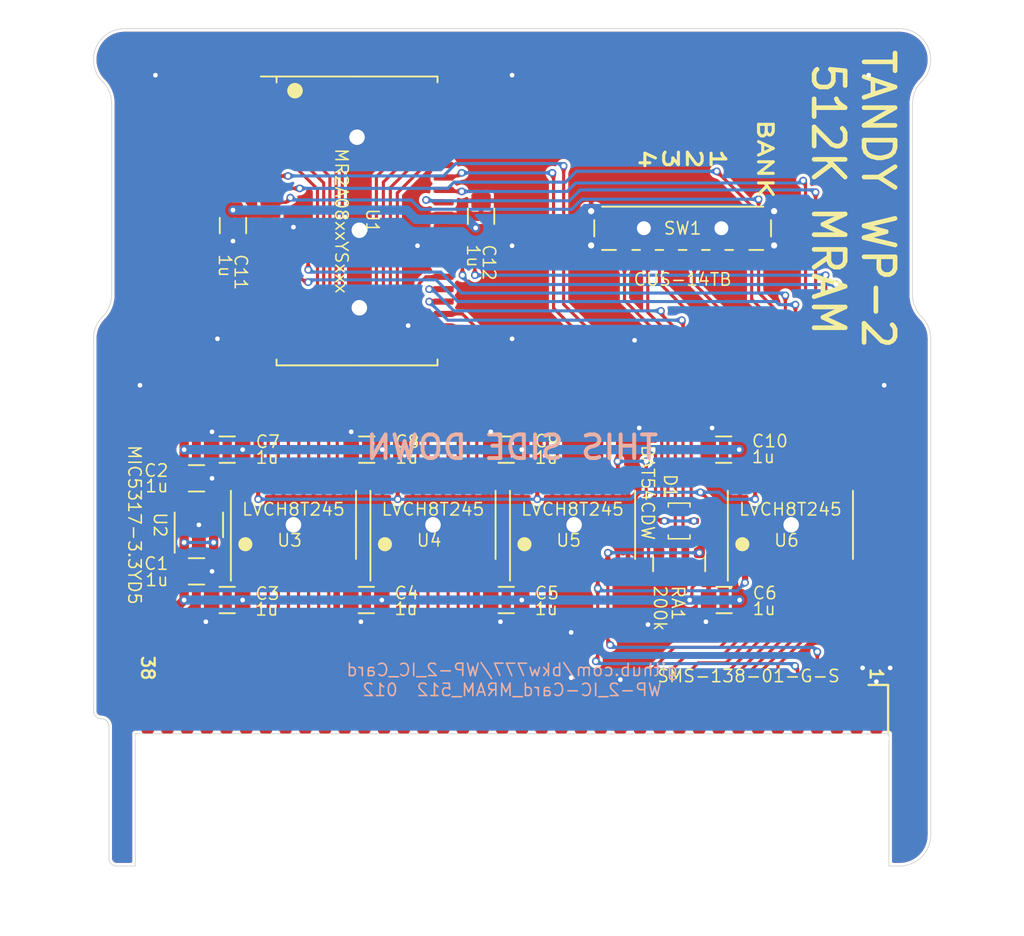
<source format=kicad_pcb>
(kicad_pcb (version 20221018) (generator pcbnew)
  (title_block (title "WP-2_IC-Card_MRAM_512") (date "2023-12-08") (rev "012") (company "Brian K. White - b.kenyon.w@gmail.com") (comment 1 "CC-BY-SA") (comment 2 "github.com/bkw777/WP-2_IC_Card"))
  (layers (0 "F.Cu" signal) (31 "B.Cu" signal) (34 "B.Paste" user) (35 "F.Paste" user) (36 "B.SilkS" user "B.Silkscreen") (37 "F.SilkS" user "F.Silkscreen") (38 "B.Mask" user) (39 "F.Mask" user) (44 "Edge.Cuts" user))
  (net 0 "")
  (net 1 "GND")
  (net 2 "/~{CE1}")
  (net 3 "/~{OE}")
  (net 4 "/D0")
  (net 5 "/D1")
  (net 6 "/D2")
  (net 7 "/D3")
  (net 8 "/D4")
  (net 9 "/D5")
  (net 10 "/D6")
  (net 11 "/D7")
  (net 12 "/A16")
  (net 13 "/A15")
  (net 14 "/A14")
  (net 15 "/A13")
  (net 16 "/A12")
  (net 17 "/A11")
  (net 18 "/A10")
  (net 19 "/A9")
  (net 20 "/A8")
  (net 21 "/A7")
  (net 22 "/A6")
  (net 23 "/A5")
  (net 24 "/A4")
  (net 25 "/A3")
  (net 26 "/A2")
  (net 27 "/A1")
  (net 28 "/A0")
  (net 30 "VBUS")
  (net 31 "/3A11")
  (net 36 "/3A9")
  (net 37 "/3A8")
  (net 38 "/3A13")
  (net 39 "/~{3WE}")
  (net 40 "/3A15")
  (net 41 "/3A16")
  (net 42 "/3A14")
  (net 43 "/3A12")
  (net 44 "/3A7")
  (net 45 "/3A6")
  (net 46 "/3A5")
  (net 47 "/3A4")
  (net 48 "/3A3")
  (net 49 "/3A2")
  (net 50 "/3A1")
  (net 51 "/3A0")
  (net 52 "/3D0")
  (net 53 "/3D1")
  (net 54 "/3D2")
  (net 55 "/3D3")
  (net 56 "/3D4")
  (net 57 "/3D5")
  (net 58 "/3D6")
  (net 59 "/3D7")
  (net 60 "/~{3CE1}")
  (net 61 "/3A10")
  (net 63 "/~{3OE}")
  (net 65 "/~{WE}")
  (net 73 "/3A17")
  (net 74 "/3A18")
  (net 78 "VMEM")
  (net 79 "/BANK_2")
  (net 80 "/BANK_4")
  (net 81 "/BANK_3")
  (footprint "0_LOCAL:SMS-138-01-x-x_edge" (layer "F.Cu") (at 135.95 113.72 -90)
    (fp_text reference "J1" hide)
    (fp_text value "SMS-138-01-G-S")
  )
  (footprint "0_LOCAL:pth_wash_1mm" (layer "F.Cu") (at 130.85 100.245)
    (fp_text reference "REF**" hide)
    (fp_text value "pth_wash_1mm")
  )
  (footprint "0_LOCAL:npth_0.6mm" (layer "F.Cu") (at 159.95 114.02)
    (fp_text reference "REF**" hide)
    (fp_text value "npth_0.6mm")
  )
  (footprint "0_LOCAL:C_0805_1mm" (layer "F.Cu") (at 135.575 105.095 180)
    (fp_text reference "C5")
    (fp_text value "1u")
  )
  (footprint "0_LOCAL:C_0805_1mm" (layer "F.Cu") (at 117.575 95.395 180)
    (fp_text reference "C7")
    (fp_text value "1u")
  )
  (footprint "0_LOCAL:C_0805_1mm" (layer "F.Cu") (at 115.6 103.245 180)
    (fp_text reference "C1")
    (fp_text value "1u")
  )
  (footprint "0_LOCAL:C_0805_1mm" (layer "F.Cu") (at 115.6 97.245 180)
    (fp_text reference "C2")
    (fp_text value "1u")
  )
  (footprint "0_LOCAL:TSSOP-24_4.4x7.8mm_P0.65mm" (layer "F.Cu") (at 121.85 100.245 90)
    (fp_text reference "U3")
    (fp_text value "LVCH8T245")
  )
  (footprint "0_LOCAL:C_0805_1mm" (layer "F.Cu") (at 117.95 80.945 -90)
    (fp_text reference "C11")
    (fp_text value "1u")
  )
  (footprint "0_LOCAL:SW_SP4T_CUS-14B pth" (layer "F.Cu") (at 146.95 81.12 180)
    (fp_text reference locked "SW1")
    (fp_text value "CUS-14TB")
  )
  (footprint "0_LOCAL:R_Array_Convex_4x0612" (layer "F.Cu") (at 146.725 102.745 90)
    (fp_text reference "RA1")
    (fp_text value "200k")
  )
  (footprint "0_LOCAL:TSSOP-24_4.4x7.8mm_P0.65mm" (layer "F.Cu") (at 130.85 100.245 90)
    (fp_text reference "U4")
    (fp_text value "LVCH8T245")
  )
  (footprint "0_LOCAL:TSSOP-24_4.4x7.8mm_P0.65mm" (layer "F.Cu") (at 153.9 100.245 90)
    (fp_text reference "U6")
    (fp_text value "LVCH8T245")
  )
  (footprint "0_LOCAL:C_0805_1mm" (layer "F.Cu") (at 133.95 80.345 90)
    (fp_text reference "C12")
    (fp_text value "1u")
  )
  (footprint "0_LOCAL:C_0805_1mm" (layer "F.Cu") (at 149.6 95.395 180)
    (fp_text reference "C10")
    (fp_text value "1u")
  )
  (footprint "0_LOCAL:C_0805_1mm" (layer "F.Cu") (at 126.55 105.095 180)
    (fp_text reference "C4")
    (fp_text value "1u")
  )
  (footprint "0_LOCAL:WP-2_IC_Card_Cover_MRAM_512" (layer "F.Cu") (at 135.95 95.245)
    (fp_text reference "REF**" hide)
    (fp_text value "WP-2_IC_Card_Cover_MRAM_512")
  )
  (footprint "0_LOCAL:pth_wash_1mm" (layer "F.Cu") (at 153.95 100.245)
    (fp_text reference "REF**" hide)
    (fp_text value "pth_wash_1mm")
  )
  (footprint "0_LOCAL:pth_wash_1mm" (layer "F.Cu") (at 139.95 100.245)
    (fp_text reference "REF**" hide)
    (fp_text value "pth_wash_1mm")
  )
  (footprint "0_LOCAL:TSSOP-6-symmetric" (layer "F.Cu") (at 146.725 99.995)
    (fp_text reference "D1")
    (fp_text value "BAT54CDW")
  )
  (footprint "0_LOCAL:pth_wash_1mm" (layer "F.Cu") (at 126.1 81.245)
    (fp_text reference "REF**" hide)
    (fp_text value "pth_wash_1mm")
  )
  (footprint "0_LOCAL:C_0805_1mm" (layer "F.Cu") (at 135.575 95.395 180)
    (fp_text reference "C9")
    (fp_text value "1u")
  )
  (footprint "0_LOCAL:npth_0.6mm" (layer "F.Cu") (at 111.95 114.02)
    (fp_text reference "REF**" hide)
    (fp_text value "npth_0.6mm")
  )
  (footprint "0_LOCAL:C_0805_1mm" (layer "F.Cu") (at 117.575 105.095 180)
    (fp_text reference "C3")
    (fp_text value "1u")
  )
  (footprint "0_LOCAL:TSSOP-24_4.4x7.8mm_P0.65mm" (layer "F.Cu") (at 139.85 100.245 90)
    (fp_text reference "U5")
    (fp_text value "LVCH8T245")
  )
  (footprint "0_LOCAL:pth_wash_1mm" (layer "F.Cu") (at 125.95 75.245)
    (fp_text reference "REF**" hide)
    (fp_text value "pth_wash_1mm")
  )
  (footprint "0_LOCAL:TSOP-II-44_10.16x18.41mm_P0.8mm" (layer "F.Cu") (at 125.95 80.645)
    (fp_text reference "U1")
    (fp_text value "MR2A08xxYSxxx")
  )
  (footprint "0_LOCAL:TSOT-23-5" (layer "F.Cu") (at 115.75 100.245 90)
    (fp_text reference "U2")
    (fp_text value "MIC5317-3.3YD5")
  )
  (footprint "0_LOCAL:C_0805_1mm" (layer "F.Cu") (at 126.575 95.395 180)
    (fp_text reference "C8")
    (fp_text value "1u")
  )
  (footprint "0_LOCAL:C_0805_1mm" (layer "F.Cu") (at 149.625 105.095 180)
    (fp_text reference "C6")
    (fp_text value "1u")
  )
  (footprint "0_LOCAL:pth_wash_1mm" (layer "F.Cu") (at 121.85 100.245)
    (fp_text reference "REF**" hide)
    (fp_text value "pth_wash_1mm")
  )
  (footprint "0_LOCAL:pth_wash_1mm" (layer "F.Cu") (at 126.1 86.245)
    (fp_text reference "REF**" hide)
    (fp_text value "pth_wash_1mm")
  )
  (gr_line (start 108.949999 88.245) (end 108.95 112.245) (stroke (width 0.05)) (layer "Edge.Cuts"))
  (gr_line (start 160.95 68.245) (end 110.95 68.245) (stroke (width 0.05)) (layer "Edge.Cuts"))
  (gr_line (start 111.65 113.72) (end 160.25 113.72) (stroke (width 0.05)) (layer "Edge.Cuts"))
  (gr_line (start 160.25 122.245) (end 160.25 113.72) (stroke (width 0.05)) (layer "Edge.Cuts"))
  (gr_line (start 111.65 122.245) (end 111.65 113.72) (stroke (width 0.05)) (layer "Edge.Cuts"))
  (gr_line (start 110.45 122.245) (end 111.65 122.245) (stroke (width 0.05)) (layer "Edge.Cuts"))
  (gr_line (start 160.95 122.245) (end 160.25 122.245) (stroke (width 0.05)) (layer "Edge.Cuts"))
  (gr_line (start 162.95 120.245) (end 162.95 88.245) (stroke (width 0.05)) (layer "Edge.Cuts"))
  (gr_line (start 109.95 113.245) (end 109.95 121.745) (stroke (width 0.05)) (layer "Edge.Cuts"))
  (gr_arc (start 109.535787 71.659214) (mid 109.969333 72.308061) (end 110.121574 73.073428) (stroke (width 0.05)) (layer "Edge.Cuts"))
  (gr_arc (start 162.364213 86.830786) (mid 162.797759 87.479633) (end 162.95 88.245) (stroke (width 0.05)) (layer "Edge.Cuts"))
  (gr_arc (start 162.95 120.245) (mid 162.364214 121.659214) (end 160.95 122.245) (stroke (width 0.05)) (layer "Edge.Cuts"))
  (gr_arc (start 109.45 112.745) (mid 109.803553 112.891447) (end 109.95 113.245) (stroke (width 0.05)) (layer "Edge.Cuts"))
  (gr_arc (start 108.95 70.245) (mid 109.535786 68.830786) (end 110.95 68.245) (stroke (width 0.05)) (layer "Edge.Cuts"))
  (gr_arc (start 160.95 68.245) (mid 162.364214 68.830786) (end 162.95 70.245) (stroke (width 0.05)) (layer "Edge.Cuts"))
  (gr_arc (start 110.45 122.245) (mid 110.096447 122.098553) (end 109.95 121.745) (stroke (width 0.05)) (layer "Edge.Cuts"))
  (gr_arc (start 162.95 70.245) (mid 162.797759 71.010367) (end 162.364213 71.659214) (stroke (width 0.05)) (layer "Edge.Cuts"))
  (gr_arc (start 110.121573 85.416572) (mid 109.969339 86.181944) (end 109.535786 86.830786) (stroke (width 0.05)) (layer "Edge.Cuts"))
  (gr_line (start 161.778426 73.073428) (end 161.778426 85.416572) (stroke (width 0.05)) (layer "Edge.Cuts"))
  (gr_arc (start 162.364213 86.830786) (mid 161.930671 86.181939) (end 161.778426 85.416572) (stroke (width 0.05)) (layer "Edge.Cuts"))
  (gr_arc (start 108.949999 88.245) (mid 109.10224 87.479633) (end 109.535786 86.830786) (stroke (width 0.05)) (layer "Edge.Cuts"))
  (gr_arc (start 161.778426 73.073428) (mid 161.930667 72.308061) (end 162.364213 71.659214) (stroke (width 0.05)) (layer "Edge.Cuts"))
  (gr_arc (start 109.535787 71.659214) (mid 109.102241 71.010367) (end 108.95 70.245) (stroke (width 0.05)) (layer "Edge.Cuts"))
  (gr_line (start 110.121574 73.073428) (end 110.121573 85.416572) (stroke (width 0.05)) (layer "Edge.Cuts"))
  (gr_arc (start 109.45 112.745) (mid 109.096447 112.598553) (end 108.95 112.245) (stroke (width 0.05)) (layer "Edge.Cuts"))
  (gr_text "THIS SIDE DOWN" (at 135.95 95.245) (layer "B.SilkS") (effects (font (size 1.524 1.524) (thickness 0.254)) (justify mirror)))
  (gr_text "${COMMENT2}\n${TITLE}  ${REVISION}" (at 135.95 110.245) (layer "B.SilkS") (effects (font (size 0.8 0.8) (thickness 0.1)) (justify mirror)))
  (gr_text "1" (at 159.445 110.358 -90) (layer "F.SilkS") (effects (font (size 0.8128 0.8128) (thickness 0.1524)) (justify right)))
  (gr_text "38" (at 112.455 110.358 -90) (layer "F.SilkS") (effects (font (size 0.8128 0.8128) (thickness 0.1524)) (justify right)))
  (gr_text "TANDY WP-2\n512K MRAM" (at 157.95 79.245 270) (layer "F.SilkS") (effects (font (size 2 2) (thickness 0.3))))
  (gr_text "BANK\n\n1\n2\n3\n4" (at 148.45 76.645 270) (layer "F.SilkS") (effects (font (size 0.95 1.3) (thickness 0.2))))
  (via (at 116.2 106.495) (size 0.5) (drill 0.3) (layers "F.Cu" "B.Cu") (net 1))
  (via (at 126.2 106.495) (size 0.5) (drill 0.3) (layers "F.Cu" "B.Cu") (net 1))
  (via (at 116.6 103.245) (size 0.5) (drill 0.3) (layers "F.Cu" "B.Cu") (net 1))
  (via (at 135.95 71.245) (size 0.5) (drill 0.3) (layers "F.Cu" "B.Cu") (net 1))
  (via (at 134.575 94.245) (size 0.5) (drill 0.3) (layers "F.Cu" "B.Cu") (net 1))
  (via (at 144.15 93.995) (size 0.5) (drill 0.3) (layers "F.Cu" "B.Cu") (net 1))
  (via (at 148.45 106.495) (size 0.5) (drill 0.3) (layers "F.Cu" "B.Cu") (net 1))
  (via (at 144.713 106.675) (size 0.5) (drill 0.3) (layers "F.Cu" "B.Cu") (net 1))
  (via (at 158.556 109.469) (size 0.5) (drill 0.3) (layers "F.Cu" "B.Cu") (net 1))
  (via (at 111.95 91.245) (size 0.5) (drill 0.3) (layers "F.Cu" "B.Cu") (net 1))
  (via (at 160.334 109.469) (size 0.5) (drill 0.3) (layers "F.Cu" "B.Cu") (net 1))
  (via (at 129.85 82.245) (size 0.5) (drill 0.3) (layers "F.Cu" "B.Cu") (net 1))
  (via (at 142.935 110.231) (size 0.5) (drill 0.3) (layers "F.Cu" "B.Cu") (net 1))
  (via (at 135.2 106.495) (size 0.5) (drill 0.3) (layers "F.Cu" "B.Cu") (net 1))
  (via (at 135.95 82.245) (size 0.5) (drill 0.3) (layers "F.Cu" "B.Cu") (net 1))
  (via (at 143.85 88.345) (size 0.5) (drill 0.3) (layers "F.Cu" "B.Cu") (net 1))
  (via (at 139.76 107.183) (size 0.5) (drill 0.3) (layers "F.Cu" "B.Cu") (net 1))
  (via (at 115.75 100.245) (size 0.5) (drill 0.3) (layers "F.Cu" "B.Cu") (net 1))
  (via (at 148.85 93.995) (size 0.5) (drill 0.3) (layers "F.Cu" "B.Cu") (net 1))
  (via (at 117.95 81.945) (size 0.5) (drill 0.3) (layers "F.Cu" "B.Cu") (net 1))
  (via (at 125.575 94.245) (size 0.5) (drill 0.3) (layers "F.Cu" "B.Cu") (net 1))
  (via (at 116.95 88.245) (size 0.5) (drill 0.3) (layers "F.Cu" "B.Cu") (net 1))
  (via (at 139.76 110.104) (size 0.5) (drill 0.3) (layers "F.Cu" "B.Cu") (net 1))
  (via (at 116.6 94.245) (size 0.5) (drill 0.3) (layers "F.Cu" "B.Cu") (net 1))
  (via (at 159.95 91.245) (size 0.5) (drill 0.3) (layers "F.Cu" "B.Cu") (net 1))
  (via (at 121.85 81.045) (size 0.5) (drill 0.3) (layers "F.Cu" "B.Cu") (net 1))
  (via (at 112.95 71.245) (size 0.5) (drill 0.3) (layers "F.Cu" "B.Cu") (net 1))
  (via (at 141.05 80.015) (size 0.6) (drill 0.4) (layers "F.Cu" "B.Cu") (net 1))
  (via (at 159.445 110.358) (size 0.5) (drill 0.3) (layers "F.Cu" "B.Cu") (net 1))
  (via (at 141.05 82.225) (size 0.6) (drill 0.4) (layers "F.Cu" "B.Cu") (net 1))
  (via (at 129.25 87.395) (size 0.5) (drill 0.3) (layers "F.Cu" "B.Cu") (net 1))
  (via (at 116.6 97.245) (size 0.5) (drill 0.3) (layers "F.Cu" "B.Cu") (net 1))
  (via (at 135.95 88.245) (size 0.5) (drill 0.3) (layers "F.Cu" "B.Cu") (net 1))
  (via (at 152.85 82.225) (size 0.6) (drill 0.4) (layers "F.Cu" "B.Cu") (net 1))
  (via (at 158.95 71.245) (size 0.5) (drill 0.3) (layers "F.Cu" "B.Cu") (net 1))
  (via (at 152.85 80.015) (size 0.6) (drill 0.4) (layers "F.Cu" "B.Cu") (net 1))
  (segment (start 148.7 100.77) (end 148.275 101.195) (width 0.2) (layer "F.Cu") (net 2))
  (segment (start 155.635 108.43) (end 155.635 112.32) (width 0.2) (layer "F.Cu") (net 2))
  (segment (start 142.125 103.1075) (end 142.125 102.045) (width 0.2) (layer "F.Cu") (net 2))
  (segment (start 137.575 98.595) (end 137.575 97.3825) (width 0.2) (layer "F.Cu") (net 2))
  (segment (start 148.275 101.195) (end 148.275 102.045) (width 0.2) (layer "F.Cu") (net 2))
  (segment (start 119.575 97.3825) (end 119.575 98.595) (width 0.2) (layer "F.Cu") (net 2))
  (segment (start 148.1 98.145) (end 148.15 98.145) (width 0.2) (layer "F.Cu") (net 2))
  (segment (start 142.125 107.845) (end 142.125 103.1075) (width 0.2) (layer "F.Cu") (net 2))
  (segment (start 148.275 102.045) (end 148.025 102.045) (width 0.2) (layer "F.Cu") (net 2))
  (segment (start 151.625 98.595) (end 151.625 97.3825) (width 0.2) (layer "F.Cu") (net 2))
  (segment (start 148.15 98.145) (end 148.7 98.695) (width 0.2) (layer "F.Cu") (net 2))
  (segment (start 148.7 98.695) (end 148.7 100.77) (width 0.2) (layer "F.Cu") (net 2))
  (segment (start 128.575 98.595) (end 128.575 97.3825) (width 0.2) (layer "F.Cu") (net 2))
  (segment (start 142.275 107.995) (end 142.125 107.845) (width 0.2) (layer "F.Cu") (net 2))
  (via (at 142.125 102.045) (size 0.5) (drill 0.3) (layers "F.Cu" "B.Cu") (net 2))
  (via (at 151.625 98.595) (size 0.5) (drill 0.3) (layers "F.Cu" "B.Cu") (net 2))
  (via (at 137.575 98.595) (size 0.5) (drill 0.3) (layers "F.Cu" "B.Cu") (net 2))
  (via (at 128.575 98.595) (size 0.5) (drill 0.3) (layers "F.Cu" "B.Cu") (net 2))
  (via (at 148.1 98.145) (size 0.5) (drill 0.3) (layers "F.Cu" "B.Cu") (net 2))
  (via (at 148.025 102.045) (size 0.5) (drill 0.3) (layers "F.Cu" "B.Cu") (net 2))
  (via (at 142.275 107.995) (size 0.5) (drill 0.3) (layers "F.Cu" "B.Cu") (net 2))
  (via (at 119.575 98.595) (size 0.5) (drill 0.3) (layers "F.Cu" "B.Cu") (net 2))
  (via (at 155.635 108.43) (size 0.5) (drill 0.3) (layers "F.Cu" "B.Cu") (net 2))
  (segment (start 142.125 102.045) (end 148.025 102.045) (width 0.2) (layer "B.Cu") (net 2))
  (segment (start 143.6 98.595) (end 119.575 98.595) (width 0.2) (layer "B.Cu") (net 2))
  (segment (start 142.425 108.145) (end 142.275 107.995) (width 0.2) (layer "B.Cu") (net 2))
  (segment (start 155.635 108.43) (end 155.35 108.145) (width 0.2) (layer "B.Cu") (net 2))
  (segment (start 155.35 108.145) (end 142.425 108.145) (width 0.2) (layer "B.Cu") (net 2))
  (segment (start 148 98.145) (end 149.3 98.145) (width 0.2) (layer "B.Cu") (net 2))
  (segment (start 149.75 98.595) (end 151.625 98.595) (width 0.2) (layer "B.Cu") (net 2))
  (segment (start 144.05 98.145) (end 143.6 98.595) (width 0.2) (layer "B.Cu") (net 2))
  (segment (start 148 98.145) (end 144.05 98.145) (width 0.2) (layer "B.Cu") (net 2))
  (segment (start 149.3 98.145) (end 149.75 98.595) (width 0.2) (layer "B.Cu") (net 2))
  (segment (start 141.475 104.345) (end 141.475 103.1075) (width 0.2) (layer "F.Cu") (net 3))
  (segment (start 154.365 109.51) (end 154.365 112.32) (width 0.2) (layer "F.Cu") (net 3))
  (segment (start 141.35 109.045) (end 141.475 108.92) (width 0.2) (layer "F.Cu") (net 3))
  (segment (start 141.475 108.92) (end 141.475 104.345) (width 0.2) (layer "F.Cu") (net 3))
  (segment (start 150.975 103.1075) (end 150.975 103.97) (width 0.2) (layer "F.Cu") (net 3))
  (segment (start 154.2 109.345) (end 154.365 109.51) (width 0.2) (layer "F.Cu") (net 3))
  (via (at 141.475 104.345) (size 0.5) (drill 0.3) (layers "F.Cu" "B.Cu") (net 3))
  (via (at 141.35 109.045) (size 0.5) (drill 0.3) (layers "F.Cu" "B.Cu") (net 3))
  (via (at 154.2 109.345) (size 0.5) (drill 0.3) (layers "F.Cu" "B.Cu") (net 3))
  (via (at 150.975 103.97) (size 0.5) (drill 0.3) (layers "F.Cu" "B.Cu") (net 3))
  (segment (start 141.625 104.495) (end 150.45 104.495) (width 0.2) (layer "B.Cu") (net 3))
  (segment (start 141.475 104.345) (end 141.625 104.495) (width 0.2) (layer "B.Cu") (net 3))
  (segment (start 154.05 109.195) (end 154.2 109.345) (width 0.2) (layer "B.Cu") (net 3))
  (segment (start 150.45 104.495) (end 150.975 103.97) (width 0.2) (layer "B.Cu") (net 3))
  (segment (start 141.5 109.195) (end 154.05 109.195) (width 0.2) (layer "B.Cu") (net 3))
  (segment (start 141.35 109.045) (end 141.5 109.195) (width 0.2) (layer "B.Cu") (net 3))
  (segment (start 156.175 106.22) (end 153.095 109.3) (width 0.2) (layer "F.Cu") (net 4))
  (segment (start 156.175 103.1075) (end 156.175 106.22) (width 0.2) (layer "F.Cu") (net 4))
  (segment (start 153.095 109.3) (end 153.095 112.32) (width 0.2) (layer "F.Cu") (net 4))
  (segment (start 155.525 106.17) (end 155.525 103.1075) (width 0.2) (layer "F.Cu") (net 5))
  (segment (start 151.825 109.87) (end 155.525 106.17) (width 0.2) (layer "F.Cu") (net 5))
  (segment (start 151.825 112.32) (end 151.825 109.87) (width 0.2) (layer "F.Cu") (net 5))
  (segment (start 154.875 106.12) (end 150.555 110.44) (width 0.2) (layer "F.Cu") (net 6))
  (segment (start 150.555 110.44) (end 150.555 112.32) (width 0.2) (layer "F.Cu") (net 6))
  (segment (start 154.875 103.1075) (end 154.875 106.12) (width 0.2) (layer "F.Cu") (net 6))
  (segment (start 154.225 106.07) (end 150.15 110.145) (width 0.2) (layer "F.Cu") (net 7))
  (segment (start 150.15 110.145) (end 149.498 110.145) (width 0.2) (layer "F.Cu") (net 7))
  (segment (start 154.225 103.1075) (end 154.225 106.07) (width 0.2) (layer "F.Cu") (net 7))
  (segment (start 149.498 110.145) (end 149.285 110.358) (width 0.2) (layer "F.Cu") (net 7))
  (segment (start 149.285 110.358) (end 149.285 112.32) (width 0.2) (layer "F.Cu") (net 7))
  (segment (start 153.575 103.1075) (end 153.575 106.02) (width 0.2) (layer "F.Cu") (net 8))
  (segment (start 148.728 109.645) (end 148.015 110.358) (width 0.2) (layer "F.Cu") (net 8))
  (segment (start 148.015 110.358) (end 148.015 112.32) (width 0.2) (layer "F.Cu") (net 8))
  (segment (start 153.575 106.02) (end 149.95 109.645) (width 0.2) (layer "F.Cu") (net 8))
  (segment (start 149.95 109.645) (end 148.728 109.645) (width 0.2) (layer "F.Cu") (net 8))
  (segment (start 152.925 105.97) (end 149.75 109.145) (width 0.2) (layer "F.Cu") (net 9))
  (segment (start 146.745 110.358) (end 146.745 112.32) (width 0.2) (layer "F.Cu") (net 9))
  (segment (start 147.958 109.145) (end 146.745 110.358) (width 0.2) (layer "F.Cu") (net 9))
  (segment (start 149.75 109.145) (end 147.958 109.145) (width 0.2) (layer "F.Cu") (net 9))
  (segment (start 152.925 103.1075) (end 152.925 105.97) (width 0.2) (layer "F.Cu") (net 9))
  (segment (start 147.188 108.645) (end 145.475 110.358) (width 0.2) (layer "F.Cu") (net 10))
  (segment (start 145.475 110.358) (end 145.475 112.32) (width 0.2) (layer "F.Cu") (net 10))
  (segment (start 152.275 103.1075) (end 152.275 105.92) (width 0.2) (layer "F.Cu") (net 10))
  (segment (start 149.55 108.645) (end 147.188 108.645) (width 0.2) (layer "F.Cu") (net 10))
  (segment (start 152.275 105.92) (end 149.55 108.645) (width 0.2) (layer "F.Cu") (net 10))
  (segment (start 151.625 105.87) (end 149.35 108.145) (width 0.2) (layer "F.Cu") (net 11))
  (segment (start 146.418 108.145) (end 144.205 110.358) (width 0.2) (layer "F.Cu") (net 11))
  (segment (start 149.35 108.145) (end 146.418 108.145) (width 0.2) (layer "F.Cu") (net 11))
  (segment (start 144.205 110.358) (end 144.205 112.32) (width 0.2) (layer "F.Cu") (net 11))
  (segment (start 151.625 103.1075) (end 151.625 105.87) (width 0.2) (layer "F.Cu") (net 11))
  (segment (start 138.225 103.1075) (end 138.225 106.5325) (width 0.2) (layer "F.Cu") (net 12))
  (segment (start 138.225 106.5325) (end 137.855 106.9025) (width 0.2) (layer "F.Cu") (net 12))
  (segment (start 137.855 106.9025) (end 137.855 112.32) (width 0.2) (layer "F.Cu") (net 12))
  (segment (start 136.675 112.23) (end 136.585 112.32) (width 0.2) (layer "F.Cu") (net 13))
  (segment (start 137.575 103.1075) (end 137.575 106.095) (width 0.2) (layer "F.Cu") (net 13))
  (segment (start 136.585 107.085) (end 136.585 112.32) (width 0.2) (layer "F.Cu") (net 13))
  (segment (start 137.575 106.095) (end 136.585 107.085) (width 0.2) (layer "F.Cu") (net 13))
  (segment (start 133.125 103.1075) (end 133.125 106.12) (width 0.2) (layer "F.Cu") (net 14))
  (segment (start 135.315 108.31) (end 135.315 112.32) (width 0.2) (layer "F.Cu") (net 14))
  (segment (start 133.125 106.12) (end 135.315 108.31) (width 0.2) (layer "F.Cu") (net 14))
  (segment (start 134.045 108.09) (end 132.475 106.52) (width 0.2) (layer "F.Cu") (net 15))
  (segment (start 134.045 112.32) (end 134.045 108.09) (width 0.2) (layer "F.Cu") (net 15))
  (segment (start 132.475 106.52) (end 132.475 103.1075) (width 0.2) (layer "F.Cu") (net 15))
  (segment (start 132.775 107.82) (end 131.825 106.87) (width 0.2) (layer "F.Cu") (net 16))
  (segment (start 132.775 112.32) (end 132.775 107.82) (width 0.2) (layer "F.Cu") (net 16))
  (segment (start 131.825 106.87) (end 131.825 103.1075) (width 0.2) (layer "F.Cu") (net 16))
  (segment (start 131.505 107.55) (end 131.175 107.22) (width 0.2) (layer "F.Cu") (net 17))
  (segment (start 131.175 107.22) (end 131.175 103.1075) (width 0.2) (layer "F.Cu") (net 17))
  (segment (start 131.505 112.32) (end 131.505 107.55) (width 0.2) (layer "F.Cu") (net 17))
  (segment (start 130.525 107.17) (end 130.235 107.46) (width 0.2) (layer "F.Cu") (net 18))
  (segment (start 130.525 103.1075) (end 130.525 107.17) (width 0.2) (layer "F.Cu") (net 18))
  (segment (start 130.235 107.46) (end 130.235 112.32) (width 0.2) (layer "F.Cu") (net 18))
  (segment (start 128.975 112.31) (end 128.965 112.32) (width 0.2) (layer "F.Cu") (net 19))
  (segment (start 128.965 107.73) (end 128.965 112.32) (width 0.2) (layer "F.Cu") (net 19))
  (segment (start 128.75 112.105) (end 128.965 112.32) (width 0.2) (layer "F.Cu") (net 19))
  (segment (start 129.875 103.1075) (end 129.875 106.82) (width 0.2) (layer "F.Cu") (net 19))
  (segment (start 129.875 106.82) (end 128.965 107.73) (width 0.2) (layer "F.Cu") (net 19))
  (segment (start 127.695 107.975) (end 127.695 112.32) (width 0.2) (layer "F.Cu") (net 20))
  (segment (start 129.225 106.445) (end 127.695 107.975) (width 0.2) (layer "F.Cu") (net 20))
  (segment (start 129.225 103.1075) (end 129.225 106.445) (width 0.2) (layer "F.Cu") (net 20))
  (segment (start 126.425 108.27) (end 126.425 112.32) (width 0.2) (layer "F.Cu") (net 21))
  (segment (start 128.575 106.12) (end 126.425 108.27) (width 0.2) (layer "F.Cu") (net 21))
  (segment (start 128.575 103.1075) (end 128.575 106.12) (width 0.2) (layer "F.Cu") (net 21))
  (segment (start 124.125 105.8325) (end 125.155 106.8625) (width 0.2) (layer "F.Cu") (net 22))
  (segment (start 125.155 106.8625) (end 125.155 112.32) (width 0.2) (layer "F.Cu") (net 22))
  (segment (start 124.125 103.1075) (end 124.125 105.8325) (width 0.2) (layer "F.Cu") (net 22))
  (segment (start 123.885 106.68) (end 123.475 106.27) (width 0.2) (layer "F.Cu") (net 23))
  (segment (start 123.885 112.32) (end 123.885 106.68) (width 0.2) (layer "F.Cu") (net 23))
  (segment (start 123.475 106.27) (end 123.475 103.1075) (width 0.2) (layer "F.Cu") (net 23))
  (segment (start 122.825 112.11) (end 122.615 112.32) (width 0.2) (layer "F.Cu") (net 24))
  (segment (start 122.825 103.1075) (end 122.825 112.11) (width 0.2) (layer "F.Cu") (net 24))
  (segment (start 121.275 112.25) (end 121.345 112.32) (width 0.2) (layer "F.Cu") (net 25))
  (segment (start 122.175 103.1075) (end 122.175 107.27) (width 0.2) (layer "F.Cu") (net 25))
  (segment (start 121.345 108.1) (end 121.345 112.32) (width 0.2) (layer "F.Cu") (net 25))
  (segment (start 122.175 107.27) (end 121.345 108.1) (width 0.2) (layer "F.Cu") (net 25))
  (segment (start 121.525 103.1075) (end 121.525 106.92) (width 0.2) (layer "F.Cu") (net 26))
  (segment (start 120.075 108.37) (end 120.075 112.32) (width 0.2) (layer "F.Cu") (net 26))
  (segment (start 121.525 106.92) (end 120.075 108.37) (width 0.2) (layer "F.Cu") (net 26))
  (segment (start 118.805 108.64) (end 118.805 112.32) (width 0.2) (layer "F.Cu") (net 27))
  (segment (start 120.875 106.57) (end 118.805 108.64) (width 0.2) (layer "F.Cu") (net 27))
  (segment (start 120.875 103.1075) (end 120.875 106.57) (width 0.2) (layer "F.Cu") (net 27))
  (segment (start 120.225 103.1075) (end 120.225 106.22) (width 0.2) (layer "F.Cu") (net 28))
  (segment (start 117.535 108.91) (end 117.535 112.32) (width 0.2) (layer "F.Cu") (net 28))
  (segment (start 120.225 106.22) (end 117.535 108.91) (width 0.2) (layer "F.Cu") (net 28))
  (segment (start 118.275 104.795) (end 118.275 103.1075) (width 0.4) (layer "F.Cu") (net 30))
  (segment (start 112.455 107.44) (end 112.455 112.32) (width 0.6) (layer "F.Cu") (net 30))
  (segment (start 147.775 104.095) (end 147.775 103.445) (width 0.2) (layer "F.Cu") (net 30))
  (segment (start 136.925 103.1075) (end 136.275 103.1075) (width 0.2) (layer "F.Cu") (net 30))
  (segment (start 147.775 103.445) (end 148.025 103.445) (width 0.2) (layer "F.Cu") (net 30))
  (segment (start 114.8 105.095) (end 112.455 107.44) (width 0.6) (layer "F.Cu") (net 30))
  (segment (start 114.8 103.445) (end 114.6 103.245) (width 0.6) (layer "F.Cu") (net 30))
  (segment (start 127.925 103.1075) (end 127.275 103.1075) (width 0.2) (layer "F.Cu") (net 30))
  (segment (start 114.8 105.095) (end 114.8 103.445) (width 0.6) (layer "F.Cu") (net 30))
  (segment (start 118.575 105.095) (end 118.275 104.795) (width 0.4) (layer "F.Cu") (net 30))
  (segment (start 136.275 104.795) (end 136.275 103.1075) (width 0.4) (layer "F.Cu") (net 30))
  (segment (start 150.625 105.095) (end 150.325 104.795) (width 0.4) (layer "F.Cu") (net 30))
  (segment (start 114.8 103.045) (end 114.6 103.245) (width 0.6) (layer "F.Cu") (net 30))
  (segment (start 147.55 104.945) (end 147.55 104.32) (width 0.2) (layer "F.Cu") (net 30))
  (segment (start 127.55 105.095) (end 127.275 104.82) (width 0.4) (layer "F.Cu") (net 30))
  (segment (start 114.8 101.3825) (end 114.8 103.045) (width 0.6) (layer "F.Cu") (net 30))
  (segment (start 118.925 103.1075) (end 118.275 103.1075) (width 0.2) (layer "F.Cu") (net 30))
  (segment (start 127.275 104.82) (end 127.275 103.1075) (width 0.4) (layer "F.Cu") (net 30))
  (segment (start 147.55 104.32) (end 147.775 104.095) (width 0.2) (layer "F.Cu") (net 30))
  (segment (start 136.575 105.095) (end 136.275 104.795) (width 0.4) (layer "F.Cu") (net 30))
  (segment (start 147.4 105.095) (end 147.55 104.945) (width 0.2) (layer "F.Cu") (net 30))
  (segment (start 150.325 104.795) (end 150.325 103.1075) (width 0.4) (layer "F.Cu") (net 30))
  (via (at 136.575 105.095) (size 0.5) (drill 0.3) (layers "F.Cu" "B.Cu") (net 30))
  (via (at 127.55 105.095) (size 0.5) (drill 0.3) (layers "F.Cu" "B.Cu") (net 30))
  (via (at 116.7 101.3825) (size 0.5) (drill 0.3) (layers "F.Cu" "B.Cu") (net 30))
  (via (at 114.8 101.3825) (size 0.5) (drill 0.3) (layers "F.Cu" "B.Cu") (net 30))
  (via (at 150.625 105.095) (size 0.5) (drill 0.3) (layers "F.Cu" "B.Cu") (net 30))
  (via (at 147.4 105.095) (size 0.5) (drill 0.3) (layers "F.Cu" "B.Cu") (net 30))
  (via (at 114.8 105.095) (size 0.5) (drill 0.3) (layers "F.Cu" "B.Cu") (net 30))
  (via (at 118.575 105.095) (size 0.5) (drill 0.3) (layers "F.Cu" "B.Cu") (net 30))
  (segment (start 116.7 101.3825) (end 114.8 101.3825) (width 0.2) (layer "B.Cu") (net 30))
  (segment (start 114.8 105.095) (end 150.625 105.095) (width 0.6) (layer "B.Cu") (net 30))
  (segment (start 131.825 97.3825) (end 131.825 93.87) (width 0.2) (layer "F.Cu") (net 31))
  (segment (start 127.65 78.145) (end 130.35 75.445) (width 0.2) (layer "F.Cu") (net 31))
  (segment (start 127.65 89.695) (end 127.65 78.145) (width 0.2) (layer "F.Cu") (net 31))
  (segment (start 131.825 93.87) (end 127.65 89.695) (width 0.2) (layer "F.Cu") (net 31))
  (segment (start 130.35 75.445) (end 131.5375 75.445) (width 0.2) (layer "F.Cu") (net 31))
  (segment (start 125 76.995) (end 121.85 73.845) (width 0.2) (layer "F.Cu") (net 36))
  (segment (start 130.525 94.02) (end 125 88.495) (width 0.2) (layer "F.Cu") (net 36))
  (segment (start 121.85 73.845) (end 120.3625 73.845) (width 0.2) (layer "F.Cu") (net 36))
  (segment (start 125 88.495) (end 125 76.995) (width 0.2) (layer "F.Cu") (net 36))
  (segment (start 130.525 97.3825) (end 130.525 94.02) (width 0.2) (layer "F.Cu") (net 36))
  (segment (start 124.6 88.845) (end 124.6 77.395) (width 0.2) (layer "F.Cu") (net 37))
  (segment (start 129.875 97.3825) (end 129.875 94.12) (width 0.2) (layer "F.Cu") (net 37))
  (segment (start 129.875 94.12) (end 124.6 88.845) (width 0.2) (layer "F.Cu") (net 37))
  (segment (start 124.6 77.395) (end 121.85 74.645) (width 0.2) (layer "F.Cu") (net 37))
  (segment (start 121.85 74.645) (end 120.3625 74.645) (width 0.2) (layer "F.Cu") (net 37))
  (segment (start 130.35 77.045) (end 131.5375 77.045) (width 0.2) (layer "F.Cu") (net 38))
  (segment (start 128.55 78.845) (end 130.35 77.045) (width 0.2) (layer "F.Cu") (net 38))
  (segment (start 133.125 93.72) (end 128.55 89.145) (width 0.2) (layer "F.Cu") (net 38))
  (segment (start 133.125 97.3825) (end 133.125 93.72) (width 0.2) (layer "F.Cu") (net 38))
  (segment (start 128.55 89.145) (end 128.55 78.845) (width 0.2) (layer "F.Cu") (net 38))
  (segment (start 119.55 83.545) (end 120.2625 83.545) (width 0.2) (layer "F.Cu") (net 39))
  (segment (start 119.3 89.595) (end 119.3 83.795) (width 0.2) (layer "F.Cu") (net 39))
  (segment (start 120.225 90.52) (end 119.3 89.595) (width 0.2) (layer "F.Cu") (net 39))
  (segment (start 120.2625 83.545) (end 120.3625 83.445) (width 0.2) (layer "F.Cu") (net 39))
  (segment (start 119.3 83.795) (end 119.55 83.545) (width 0.2) (layer "F.Cu") (net 39))
  (segment (start 120.225 97.3825) (end 120.225 90.52) (width 0.2) (layer "F.Cu") (net 39))
  (segment (start 138.225 97.3825) (end 138.225 92.92) (width 0.2) (layer "F.Cu") (net 40))
  (segment (start 138.225 92.92) (end 132.75 87.445) (width 0.2) (layer "F.Cu") (net 40))
  (segment (start 132.75 87.445) (end 131.5375 87.445) (width 0.2) (layer "F.Cu") (net 40))
  (segment (start 138.875 92.77) (end 132.75 86.645) (width 0.2) (layer "F.Cu") (net 41))
  (segment (start 138.875 97.3825) (end 138.875 92.77) (width 0.2) (layer "F.Cu") (net 41))
  (segment (start 132.75 86.645) (end 131.5375 86.645) (width 0.2) (layer "F.Cu") (net 41))
  (segment (start 130.4 84.245) (end 131.5375 84.245) (width 0.2) (layer "F.Cu") (net 42))
  (segment (start 133.675 93.52) (end 129.95 89.795) (width 0.2) (layer "F.Cu") (net 42))
  (segment (start 133.775 97.3825) (end 133.675 97.2825) (width 0.2) (layer "F.Cu") (net 42))
  (segment (start 129.95 89.795) (end 129.95 84.695) (width 0.2) (layer "F.Cu") (net 42))
  (segment (start 129.95 84.695) (end 130.4 84.245) (width 0.2) (layer "F.Cu") (net 42))
  (segment (start 133.675 97.2825) (end 133.675 93.52) (width 0.2) (layer "F.Cu") (net 42))
  (segment (start 128.1 89.445) (end 128.1 78.495) (width 0.2) (layer "F.Cu") (net 43))
  (segment (start 130.35 76.245) (end 131.5375 76.245) (width 0.2) (layer "F.Cu") (net 43))
  (segment (start 132.475 93.82) (end 128.1 89.445) (width 0.2) (layer "F.Cu") (net 43))
  (segment (start 128.1 78.495) (end 130.35 76.245) (width 0.2) (layer "F.Cu") (net 43))
  (segment (start 132.475 97.3825) (end 132.475 93.82) (width 0.2) (layer "F.Cu") (net 43))
  (segment (start 129.225 94.27) (end 124.2 89.245) (width 0.2) (layer "F.Cu") (net 44))
  (segment (start 121.85 75.445) (end 120.3625 75.445) (width 0.2) (layer "F.Cu") (net 44))
  (segment (start 129.225 97.3825) (end 129.225 94.27) (width 0.2) (layer "F.Cu") (net 44))
  (segment (start 124.2 77.795) (end 121.85 75.445) (width 0.2) (layer "F.Cu") (net 44))
  (segment (start 124.2 89.245) (end 124.2 77.795) (width 0.2) (layer "F.Cu") (net 44))
  (segment (start 123.8 78.195) (end 121.85 76.245) (width 0.2) (layer "F.Cu") (net 45))
  (segment (start 124.775 97.3825) (end 124.675 97.2825) (width 0.2) (layer "F.Cu") (net 45))
  (segment (start 121.85 76.245) (end 120.3625 76.245) (width 0.2) (layer "F.Cu") (net 45))
  (segment (start 124.675 90.52) (end 123.8 89.645) (width 0.2) (layer "F.Cu") (net 45))
  (segment (start 123.8 89.645) (end 123.8 78.195) (width 0.2) (layer "F.Cu") (net 45))
  (segment (start 124.675 97.2825) (end 124.675 90.52) (width 0.2) (layer "F.Cu") (net 45))
  (segment (start 123.4 90.095) (end 123.4 78.595) (width 0.2) (layer "F.Cu") (net 46))
  (segment (start 121.85 77.045) (end 120.3625 77.045) (width 0.2) (layer "F.Cu") (net 46))
  (segment (start 123.4 78.595) (end 121.85 77.045) (width 0.2) (layer "F.Cu") (net 46))
  (segment (start 124.125 97.3825) (end 124.125 90.82) (width 0.2) (layer "F.Cu") (net 46))
  (segment (start 124.125 90.82) (end 123.4 90.095) (width 0.2) (layer "F.Cu") (net 46))
  (segment (start 123.475 97.3825) (end 123.475 90.97) (width 0.2) (layer "F.Cu") (net 47))
  (segment (start 123.475 90.97) (end 123 90.495) (width 0.2) (layer "F.Cu") (net 47))
  (segment (start 121.55 84.245) (end 120.3625 84.245) (width 0.2) (layer "F.Cu") (net 47))
  (segment (start 123 90.495) (end 123 85.695) (width 0.2) (layer "F.Cu") (net 47))
  (segment (start 123 85.695) (end 121.55 84.245) (width 0.2) (layer "F.Cu") (net 47))
  (segment (start 122.825 97.3825) (end 122.825 91.12) (width 0.2) (layer "F.Cu") (net 48))
  (segment (start 122.6 86.095) (end 121.55 85.045) (width 0.2) (layer "F.Cu") (net 48))
  (segment (start 122.6 90.895) (end 122.6 86.095) (width 0.2) (layer "F.Cu") (net 48))
  (segment (start 121.55 85.045) (end 120.3625 85.045) (width 0.2) (layer "F.Cu") (net 48))
  (segment (start 122.825 91.12) (end 122.6 90.895) (width 0.2) (layer "F.Cu") (net 48))
  (segment (start 122.2 86.495) (end 121.55 85.845) (width 0.2) (layer "F.Cu") (net 49))
  (segment (start 122.2 97.3575) (end 122.2 86.495) (width 0.2) (layer "F.Cu") (net 49))
  (segment (start 121.55 85.845) (end 120.3625 85.845) (width 0.2) (layer "F.Cu") (net 49))
  (segment (start 122.175 97.3825) (end 122.2 97.3575) (width 0.2) (layer "F.Cu") (net 49))
  (segment (start 121.8 89.995) (end 121.8 86.895) (width 0.2) (layer "F.Cu") (net 50))
  (segment (start 121.55 86.645) (end 120.3625 86.645) (width 0.2) (layer "F.Cu") (net 50))
  (segment (start 121.525 90.27) (end 121.8 89.995) (width 0.2) (layer "F.Cu") (net 50))
  (segment (start 121.8 86.895) (end 121.55 86.645) (width 0.2) (layer "F.Cu") (net 50))
  (segment (start 121.525 97.3825) (end 121.525 90.27) (width 0.2) (layer "F.Cu") (net 50))
  (segment (start 120.875 97.3825) (end 120.875 90.12) (width 0.2) (layer "F.Cu") (net 51))
  (segment (start 121.4 89.595) (end 121.4 87.595) (width 0.2) (layer "F.Cu") (net 51))
  (segment (start 121.25 87.445) (end 120.3625 87.445) (width 0.2) (layer "F.Cu") (net 51))
  (segment (start 120.875 90.12) (end 121.4 89.595) (width 0.2) (layer "F.Cu") (net 51))
  (segment (start 121.4 87.595) (end 121.25 87.445) (width 0.2) (layer "F.Cu") (net 51))
  (segment (start 132.75 84.145) (end 132.75 82.845) (width 0.2) (layer "F.Cu") (net 52))
  (segment (start 132.75 82.845) (end 132.55 82.645) (width 0.2) (layer "F.Cu") (net 52))
  (segment (start 132.55 82.645) (end 131.5375 82.645) (width 0.2) (layer "F.Cu") (net 52))
  (segment (start 156.825 84.745) (end 156.825 97.3825) (width 0.2) (layer "F.Cu") (net 52))
  (via (at 132.75 84.145) (size 0.5) (drill 0.3) (layers "F.Cu" "B.Cu") (net 52))
  (via (at 156.825 84.745) (size 0.5) (drill 0.3) (layers "F.Cu" "B.Cu") (net 52))
  (segment (start 156.825 84.745) (end 133.25 84.745) (width 0.2) (layer "B.Cu") (net 52))
  (segment (start 132.75 84.245) (end 132.75 84.145) (width 0.2) (layer "B.Cu") (net 52))
  (segment (start 133.25 84.745) (end 132.75 84.245) (width 0.2) (layer "B.Cu") (net 52))
  (segment (start 133.55 84.145) (end 133.55 82.845) (width 0.2) (layer "F.Cu") (net 53))
  (segment (start 133.55 82.845) (end 132.55 81.845) (width 0.2) (layer "F.Cu") (net 53))
  (segment (start 156.175 84.145) (end 156.175 97.3825) (width 0.2) (layer "F.Cu") (net 53))
  (segment (start 132.55 81.845) (end 131.5375 81.845) (width 0.2) (layer "F.Cu") (net 53))
  (via (at 133.55 84.145) (size 0.5) (drill 0.3) (layers "F.Cu" "B.Cu") (net 53))
  (via (at 156.175 84.145) (size 0.5) (drill 0.3) (layers "F.Cu" "B.Cu") (net 53))
  (segment (start 133.55 84.145) (end 156.175 84.145) (width 0.2) (layer "B.Cu") (net 53))
  (segment (start 155.525 78.795) (end 155.525 97.3825) (width 0.2) (layer "F.Cu") (net 54))
  (segment (start 130.45 79.345) (end 131.45 79.345) (width 0.2) (layer "F.Cu") (net 54))
  (segment (start 131.5375 79.4325) (end 131.5375 79.445) (width 0.2) (layer "F.Cu") (net 54))
  (segment (start 131.45 79.345) (end 131.5375 79.4325) (width 0.2) (layer "F.Cu") (net 54))
  (segment (start 130.4 79.295) (end 130.45 79.345) (width 0.2) (layer "F.Cu") (net 54))
  (via (at 130.4 79.295) (size 0.5) (drill 0.3) (layers "F.Cu" "B.Cu") (net 54))
  (via (at 155.525 78.795) (size 0.5) (drill 0.3) (layers "F.Cu" "B.Cu") (net 54))
  (segment (start 139.65 79.345) (end 130.45 79.345) (width 0.2) (layer "B.Cu") (net 54))
  (segment (start 140.35 78.645) (end 139.65 79.345) (width 0.2) (layer "B.Cu") (net 54))
  (segment (start 155.525 78.795) (end 155.375 78.645) (width 0.2) (layer "B.Cu") (net 54))
  (segment (start 130.45 79.345) (end 130.4 79.295) (width 0.2) (layer "B.Cu") (net 54))
  (segment (start 155.375 78.645) (end 140.35 78.645) (width 0.2) (layer "B.Cu") (net 54))
  (segment (start 154.875 78.195) (end 154.875 97.3825) (width 0.2) (layer "F.Cu") (net 55))
  (segment (start 154.725 78.045) (end 154.875 78.195) (width 0.2) (layer "F.Cu") (net 55))
  (segment (start 131.6375 78.745) (end 131.5375 78.645) (width 0.2) (layer "F.Cu") (net 55))
  (segment (start 132.7 78.745) (end 131.6375 78.745) (width 0.2) (layer "F.Cu") (net 55))
  (via (at 132.7 78.745) (size 0.5) (drill 0.3) (layers "F.Cu" "B.Cu") (net 55))
  (via (at 154.725 78.045) (size 0.5) (drill 0.3) (layers "F.Cu" "B.Cu") (net 55))
  (segment (start 140.05 78.195) (end 139.5 78.745) (width 0.2) (layer "B.Cu") (net 55))
  (segment (start 139.5 78.745) (end 132.7 78.745) (width 0.2) (layer "B.Cu") (net 55))
  (segment (start 154.725 78.045) (end 154.575 78.195) (width 0.2) (layer "B.Cu") (net 55))
  (segment (start 154.575 78.195) (end 140.05 78.195) (width 0.2) (layer "B.Cu") (net 55))
  (segment (start 122.8 84.595) (end 122.6 84.595) (width 0.2) (layer "F.Cu") (net 56))
  (segment (start 122.05 84.045) (end 122.05 83.145) (width 0.2) (layer "F.Cu") (net 56))
  (segment (start 122.05 83.145) (end 121.55 82.645) (width 0.2) (layer "F.Cu") (net 56))
  (segment (start 121.55 82.645) (end 120.3625 82.645) (width 0.2) (layer "F.Cu") (net 56))
  (segment (start 154.225 86.045) (end 154.225 97.3825) (width 0.2) (layer "F.Cu") (net 56))
  (segment (start 122.6 84.595) (end 122.05 84.045) (width 0.2) (layer "F.Cu") (net 56))
  (via (at 122.8 84.595) (size 0.5) (drill 0.3) (layers "F.Cu" "B.Cu") (net 56))
  (via (at 154.225 86.045) (size 0.5) (drill 0.3) (layers "F.Cu" "B.Cu") (net 56))
  (segment (start 153.175 86.045) (end 152.975 85.845) (width 0.2) (layer "B.Cu") (net 56))
  (segment (start 154.225 86.045) (end 153.175 86.045) (width 0.2) (layer "B.Cu") (net 56))
  (segment (start 131.05 84.445) (end 122.95 84.445) (width 0.2) (layer "B.Cu") (net 56))
  (segment (start 122.95 84.445) (end 122.8 84.595) (width 0.2) (layer "B.Cu") (net 56))
  (segment (start 132.45 85.845) (end 131.05 84.445) (width 0.2) (layer "B.Cu") (net 56))
  (segment (start 152.975 85.845) (end 132.45 85.845) (width 0.2) (layer "B.Cu") (net 56))
  (segment (start 153.575 85.445) (end 153.575 97.3825) (width 0.2) (layer "F.Cu") (net 57))
  (segment (start 122.8 83.795) (end 122.8 83.095) (width 0.2) (layer "F.Cu") (net 57))
  (segment (start 122.8 83.095) (end 121.55 81.845) (width 0.2) (layer "F.Cu") (net 57))
  (segment (start 121.55 81.845) (end 120.3625 81.845) (width 0.2) (layer "F.Cu") (net 57))
  (via (at 153.575 85.445) (size 0.5) (drill 0.3) (layers "F.Cu" "B.Cu") (net 57))
  (via (at 122.8 83.795) (size 0.5) (drill 0.3) (layers "F.Cu" "B.Cu") (net 57))
  (segment (start 131.35 83.945) (end 122.95 83.945) (width 0.2) (layer "B.Cu") (net 57))
  (segment (start 153.425 85.295) (end 132.7 85.295) (width 0.2) (layer "B.Cu") (net 57))
  (segment (start 153.575 85.445) (end 153.425 85.295) (width 0.2) (layer "B.Cu") (net 57))
  (segment (start 132.7 85.295) (end 131.35 83.945) (width 0.2) (layer "B.Cu") (net 57))
  (segment (start 122.95 83.945) (end 122.8 83.795) (width 0.2) (layer "B.Cu") (net 57))
  (segment (start 121.35 79.445) (end 120.3625 79.445) (width 0.2) (layer "F.Cu") (net 58))
  (segment (start 121.65 79.145) (end 121.35 79.445) (width 0.2) (layer "F.Cu") (net 58))
  (segment (start 152.925 86.345) (end 152.925 97.3825) (width 0.2) (layer "F.Cu") (net 58))
  (segment (start 151.85 85.27) (end 152.925 86.345) (width 0.2) (layer "F.Cu") (net 58))
  (segment (start 151.85 79.245) (end 151.85 85.27) (width 0.2) (layer "F.Cu") (net 58))
  (via (at 151.85 79.245) (size 0.5) (drill 0.3) (layers "F.Cu" "B.Cu") (net 58))
  (via (at 121.65 79.145) (size 0.5) (drill 0.3) (layers "F.Cu" "B.Cu") (net 58))
  (segment (start 130.05 79.895) (end 129.45 79.295) (width 0.2) (layer "B.Cu") (net 58))
  (segment (start 121.8 79.295) (end 121.65 79.145) (width 0.2) (layer "B.Cu") (net 58))
  (segment (start 129.45 79.295) (end 121.8 79.295) (width 0.2) (layer "B.Cu") (net 58))
  (segment (start 140.45 79.245) (end 139.8 79.895) (width 0.2) (layer "B.Cu") (net 58))
  (segment (start 151.85 79.245) (end 140.45 79.245) (width 0.2) (layer "B.Cu") (net 58))
  (segment (start 139.8 79.895) (end 130.05 79.895) (width 0.2) (layer "B.Cu") (net 58))
  (segment (start 122.25 78.545) (end 120.4625 78.545) (width 0.2) (layer "F.Cu") (net 59))
  (segment (start 151.4 79.695) (end 151.4 85.695) (width 0.2) (layer "F.Cu") (net 59))
  (segment (start 120.4625 78.545) (end 120.3625 78.645) (width 0.2) (layer "F.Cu") (net 59))
  (segment (start 151.4 85.695) (end 152.275 86.57) (width 0.2) (layer "F.Cu") (net 59))
  (segment (start 149.15 77.445) (end 151.4 79.695) (width 0.2) (layer "F.Cu") (net 59))
  (segment (start 152.275 86.57) (end 152.275 97.3825) (width 0.2) (layer "F.Cu") (net 59))
  (via (at 122.25 78.545) (size 0.5) (drill 0.3) (layers "F.Cu" "B.Cu") (net 59))
  (via (at 149.15 77.445) (size 0.5) (drill 0.3) (layers "F.Cu" "B.Cu") (net 59))
  (segment (start 149.15 77.445) (end 140.1 77.445) (width 0.2) (layer "B.Cu") (net 59))
  (segment (start 132.2 78.145) (end 131.8 78.545) (width 0.2) (layer "B.Cu") (net 59))
  (segment (start 140.1 77.445) (end 139.4 78.145) (width 0.2) (layer "B.Cu") (net 59))
  (segment (start 139.4 78.145) (end 132.2 78.145) (width 0.2) (layer "B.Cu") (net 59))
  (segment (start 131.8 78.545) (end 122.25 78.545) (width 0.2) (layer "B.Cu") (net 59))
  (segment (start 142.775 96.17) (end 142.775 97.3825) (width 0.2) (layer "F.Cu") (net 60))
  (segment (start 142.75 96.145) (end 142.775 96.17) (width 0.2) (layer "F.Cu") (net 60))
  (segment (start 121.5 77.745) (end 120.4625 77.745) (width 0.2) (layer "F.Cu") (net 60))
  (segment (start 139.275 86.02) (end 139.275 77.095) (width 0.2) (layer "F.Cu") (net 60))
  (segment (start 144.75 101.345) (end 144.75 102.77) (width 0.2) (layer "F.Cu") (net 60))
  (segment (start 142.75 89.495) (end 139.275 86.02) (width 0.2) (layer "F.Cu") (net 60))
  (segment (start 142.75 96.145) (end 142.75 89.495) (width 0.2) (layer "F.Cu") (net 60))
  (segment (start 144.35 98.595) (end 144.35 100.945) (width 0.2) (layer "F.Cu") (net 60))
  (segment (start 144.6 98.345) (end 144.35 98.595) (width 0.2) (layer "F.Cu") (net 60))
  (segment (start 144.75 102.77) (end 145.425 103.445) (width 0.2) (layer "F.Cu") (net 60))
  (segment (start 144.6 96.145) (end 144.6 98.345) (width 0.2) (layer "F.Cu") (net 60))
  (segment (start 120.4625 77.745) (end 120.3625 77.845) (width 0.2) (layer "F.Cu") (net 60))
  (segment (start 144.35 100.945) (end 144.75 101.345) (width 0.2) (layer "F.Cu") (net 60))
  (via (at 144.6 96.145) (size 0.5) (drill 0.3) (layers "F.Cu" "B.Cu") (net 60))
  (via (at 121.5 77.745) (size 0.5) (drill 0.3) (layers "F.Cu" "B.Cu") (net 60))
  (via (at 142.75 96.145) (size 0.5) (drill 0.3) (layers "F.Cu" "B.Cu") (net 60))
  (via (at 139.275 77.095) (size 0.5) (drill 0.3) (layers "F.Cu" "B.Cu") (net 60))
  (segment (start 139.125 76.945) (end 132.325 76.945) (width 0.2) (layer "B.Cu") (net 60))
  (segment (start 131.525 77.745) (end 121.5 77.745) (width 0.2) (layer "B.Cu") (net 60))
  (segment (start 132.325 76.945) (end 131.525 77.745) (width 0.2) (layer "B.Cu") (net 60))
  (segment (start 139.275 77.095) (end 139.125 76.945) (width 0.2) (layer "B.Cu") (net 60))
  (segment (start 142.75 96.145) (end 144.6 96.145) (width 0.2) (layer "B.Cu") (net 60))
  (segment (start 130.35 74.645) (end 131.5375 74.645) (width 0.2) (layer "F.Cu") (net 61))
  (segment (start 131.175 93.92) (end 127.2 89.945) (width 0.2) (layer "F.Cu") (net 61))
  (segment (start 127.2 89.945) (end 127.2 77.795) (width 0.2) (layer "F.Cu") (net 61))
  (segment (start 131.175 97.3825) (end 131.175 93.92) (width 0.2) (layer "F.Cu") (net 61))
  (segment (start 127.2 77.795) (end 130.35 74.645) (width 0.2) (layer "F.Cu") (net 61))
  (segment (start 138.625 86.27) (end 142.125 89.77) (width 0.2) (layer "F.Cu") (net 63))
  (segment (start 138.625 77.62) (end 138.625 86.27) (width 0.2) (layer "F.Cu") (net 63))
  (segment (start 132.7 77.545) (end 132.5 77.745) (width 0.2) (layer "F.Cu") (net 63))
  (segment (start 142.125 89.77) (end 142.125 97.3825) (width 0.2) (layer "F.Cu") (net 63))
  (segment (start 131.6375 77.745) (end 131.5375 77.845) (width 0.2) (layer "F.Cu") (net 63))
  (segment (start 132.5 77.745) (end 131.6375 77.745) (width 0.2) (layer "F.Cu") (net 63))
  (segment (start 138.55 77.545) (end 138.625 77.62) (width 0.2) (layer "F.Cu") (net 63))
  (via (at 132.7 77.545) (size 0.5) (drill 0.3) (layers "F.Cu" "B.Cu") (net 63))
  (via (at 138.55 77.545) (size 0.5) (drill 0.3) (layers "F.Cu" "B.Cu") (net 63))
  (segment (start 132.7 77.545) (end 138.55 77.545) (width 0.2) (layer "B.Cu") (net 63))
  (segment (start 116.265 109.18) (end 119.575 105.87) (width 0.2) (layer "F.Cu") (net 65))
  (segment (start 116.265 112.32) (end 116.265 109.18) (width 0.2) (layer "F.Cu") (net 65))
  (segment (start 119.575 105.87) (end 119.575 103.1075) (width 0.2) (layer "F.Cu") (net 65))
  (segment (start 146.475 100.495) (end 146.475 100.795) (width 0.2) (layer "F.Cu") (net 73))
  (segment (start 146.325 100.645) (end 146.475 100.795) (width 0.2) (layer "F.Cu") (net 73))
  (segment (start 145.775 100.645) (end 146.325 100.645) (width 0.2) (layer "F.Cu") (net 73))
  (segment (start 146.475 100.495) (end 146.475 87.57) (width 0.2) (layer "F.Cu") (net 73))
  (segment (start 145.55 86.645) (end 146.475 87.57) (width 0.2) (layer "F.Cu") (net 73))
  (segment (start 145.55 86.445) (end 145.55 86.645) (width 0.2) (layer "F.Cu") (net 73))
  (segment (start 146.475 101.895) (end 146.325 102.045) (width 0.2) (layer "F.Cu") (net 73))
  (segment (start 131.5375 85.045) (end 130.6 85.045) (width 0.2) (layer "F.Cu") (net 73))
  (segment (start 146.325 100.645) (end 146.475 100.495) (width 0.2) (layer "F.Cu") (net 73))
  (segment (start 146.475 100.795) (end 146.475 101.895) (width 0.2) (layer "F.Cu") (net 73))
  (via (at 130.6 85.045) (size 0.5) (drill 0.3) (layers "F.Cu" "B.Cu") (net 73))
  (via (at 145.55 86.445) (size 0.5) (drill 0.3) (layers "F.Cu" "B.Cu") (net 73))
  (segment (start 132.2 86.445) (end 130.8 85.045) (width 0.2) (layer "B.Cu") (net 73))
  (segment (start 145.55 86.445) (end 132.2 86.445) (width 0.2) (layer "B.Cu") (net 73))
  (segment (start 130.8 85.045) (end 130.6 85.045) (width 0.2) (layer "B.Cu") (net 73))
  (segment (start 146.975 99.195) (end 146.975 99.495) (width 0.2) (layer "F.Cu") (net 74))
  (segment (start 147.125 99.345) (end 146.975 99.495) (width 0.2) (layer "F.Cu") (net 74))
  (segment (start 146.9 87.045) (end 146.975 87.12) (width 0.2) (layer "F.Cu") (net 74))
  (segment (start 147.675 99.345) (end 147.125 99.345) (width 0.2) (layer "F.Cu") (net 74))
  (segment (start 146.975 101.895) (end 146.975 99.495) (width 0.2) (layer "F.Cu") (net 74))
  (segment (start 147.125 99.345) (end 146.975 99.195) (width 0.2) (layer "F.Cu") (net 74))
  (segment (start 131.5375 85.845) (end 130.6 85.845) (width 0.2) (layer "F.Cu") (net 74))
  (segment (start 146.975 87.12) (end 146.975 99.195) (width 0.2) (layer "F.Cu") (net 74))
  (via (at 130.6 85.845) (size 0.5) (drill 0.3) (layers "F.Cu" "B.Cu") (net 74))
  (via (at 146.9 87.045) (size 0.5) (drill 0.3) (layers "F.Cu" "B.Cu") (net 74))
  (segment (start 146.9 87.045) (end 131.8 87.045) (width 0.2) (layer "B.Cu") (net 74))
  (segment (start 131.8 87.045) (end 130.6 85.845) (width 0.2) (layer "B.Cu") (net 74))
  (segment (start 118.575 95.395) (end 118.275 95.695) (width 0.4) (layer "F.Cu") (net 78))
  (segment (start 133.95 81.345) (end 133.65 81.045) (width 0.4) (layer "F.Cu") (net 78))
  (segment (start 150.325 97.3825) (end 150.975 97.3825) (width 0.4) (layer "F.Cu") (net 78))
  (segment (start 118.275 95.695) (end 118.275 97.3825) (width 0.4) (layer "F.Cu") (net 78))
  (segment (start 145.2 98.345) (end 144.75 98.795) (width 0.2) (layer "F.Cu") (net 78))
  (segment (start 114.8 97.045) (end 114.6 97.245) (width 0.6) (layer "F.Cu") (net 78))
  (segment (start 127.575 95.395) (end 127.275 95.695) (width 0.4) (layer "F.Cu") (net 78))
  (segment (start 150.2 87.195) (end 147.7 84.695) (width 0.2) (layer "F.Cu") (net 78))
  (segment (start 127.275 97.3825) (end 127.925 97.3825) (width 0.4) (layer "F.Cu") (net 78))
  (segment (start 114.8 95.395) (end 114.8 97.045) (width 0.6) (layer "F.Cu") (net 78))
  (segment (start 145.05 95.395) (end 145.2 95.545) (width 0.2) (layer "F.Cu") (net 78))
  (segment (start 144.75 100.745) (end 145.175 101.17) (width 0.2) (layer "F.Cu") (net 78))
  (segment (start 114.8 95.395) (end 114.8 82.145) (width 0.6) (layer "F.Cu") (net 78))
  (segment (start 116.8 80.145) (end 117.75 80.145) (width 0.6) (layer "F.Cu") (net 78))
  (segment (start 150.2 95.395) (end 150.2 87.195) (width 0.2) (layer "F.Cu") (net 78))
  (segment (start 150.325 95.67) (end 150.325 97.3825) (width 0.4) (layer "F.Cu") (net 78))
  (segment (start 145.2 95.545) (end 145.2 98.345) (width 0.2) (layer "F.Cu") (net 78))
  (segment (start 127.275 95.695) (end 127.275 97.3825) (width 0.4) (layer "F.Cu") (net 78))
  (segment (start 133.65 81.045) (end 131.5375 81.045) (width 0.4) (layer "F.Cu") (net 78))
  (segment (start 117.95 79.945) (end 118.25 80.245) (width 0.4) (layer "F.Cu") (net 78))
  (segment (start 144.75 98.795) (end 144.75 100.745) (width 0.2) (layer "F.Cu") (net 78))
  (segment (start 150.6 95.395) (end 150.325 95.67) (width 0.4) (layer "F.Cu") (net 78))
  (segment (start 136.275 97.3825) (end 136.925 97.3825) (width 0.4) (layer "F.Cu") (net 78))
  (segment (start 146.2 82.875) (end 147.7 82.875) (width 0.2) (layer "F.Cu") (net 78))
  (segment (start 118.25 80.245) (end 120.3625 80.245) (width 0.4) (layer "F.Cu") (net 78))
  (segment (start 136.575 95.395) (end 136.275 95.695) (width 0.4) (layer "F.Cu") (net 78))
  (segment (start 117.75 80.145) (end 117.95 79.945) (width 0.6) (layer "F.Cu") (net 78))
  (segment (start 136.275 95.695) (end 136.275 97.3825) (width 0.4) (layer "F.Cu") (net 78))
  (segment (start 114.6 97.245) (end 114.8 97.445) (width 0.6) (layer "F.Cu") (net 78))
  (segment (start 145.175 101.17) (end 145.175 102.045) (width 0.2) (layer "F.Cu") (net 78))
  (segment (start 145.175 102.045) (end 145.425 102.045) (width 0.2) (layer "F.Cu") (net 78))
  (segment (start 114.8 97.445) (end 114.8 99.1075) (width 0.6) (layer "F.Cu") (net 78))
  (segment (start 118.275 97.3825) (end 118.925 97.3825) (width 0.4) (layer "F.Cu") (net 78))
  (segment (start 114.8 82.145) (end 116.8 80.145) (width 0.6) (layer "F.Cu") (net 78))
  (segment (start 147.7 84.695) (end 147.7 82.875) (width 0.2) (layer "F.Cu") (net 78))
  (via (at 133.6 81.095) (size 0.5) (drill 0.3) (layers "F.Cu" "B.Cu") (net 78))
  (via (at 127.575 95.395) (size 0.5) (drill 0.3) (layers "F.Cu" "B.Cu") (net 78))
  (via (at 117.95 79.945) (size 0.5) (drill 0.3) (layers "F.Cu" "B.Cu") (net 78))
  (via (at 118.575 95.395) (size 0.5) (drill 0.3) (layers "F.Cu" "B.Cu") (net 78))
  (via (at 150.6 95.395) (size 0.5) (drill 0.3) (layers "F.Cu" "B.Cu") (net 78))
  (via (at 114.8 95.395) (size 0.5) (drill 0.3) (layers "F.Cu" "B.Cu") (net 78))
  (via (at 136.575 95.395) (size 0.5) (drill 0.3) (layers "F.Cu" "B.Cu") (net 78))
  (via (at 145.05 95.395) (size 0.5) (drill 0.3) (layers "F.Cu" "B.Cu") (net 78))
  (segment (start 145.05 95.395) (end 150.6 95.395) (width 0.6) (layer "B.Cu") (net 78))
  (segment (start 133.6 81.095) (end 133.05 80.545) (width 0.6) (layer "B.Cu") (net 78))
  (segment (start 145.05 95.395) (end 140.625 95.395) (width 0.6) (layer "B.Cu") (net 78))
  (segment (start 114.8 95.395) (end 118.575 95.395) (width 0.6) (layer "B.Cu") (net 78))
  (segment (start 129.75 80.545) (end 129.15 79.945) (width 0.6) (layer "B.Cu") (net 78))
  (segment (start 140.625 95.395) (end 118.575 95.395) (width 0.6) (layer "B.Cu") (net 78))
  (segment (start 129.15 79.945) (end 117.95 79.945) (width 0.6) (layer "B.Cu") (net 78))
  (segment (start 133.05 80.545) (end 129.75 80.545) (width 0.6) (layer "B.Cu") (net 78))
  (segment (start 148.1 98.745) (end 147.8 98.745) (width 0.2) (layer "F.Cu") (net 79))
  (segment (start 147.8 98.745) (end 147.5 98.445) (width 0.2) (layer "F.Cu") (net 79))
  (segment (start 148.95 82.625) (end 149.2 82.875) (width 0.2) (layer "F.Cu") (net 79))
  (segment (start 148.45 81.72) (end 148.95 82.22) (width 0.2) (layer "F.Cu") (net 79))
  (segment (start 147.5 86.695) (end 145.45 84.645) (width 0.2) (layer "F.Cu") (net 79))
  (segment (start 147.675 100.645) (end 148 100.645) (width 0.2) (layer "F.Cu") (net 79))
  (segment (start 147.5 98.445) (end 147.5 86.695) (width 0.2) (layer "F.Cu") (net 79))
  (segment (start 145.45 82.0325) (end 145.7625 81.72) (width 0.2) (layer "F.Cu") (net 79))
  (segment (start 145.7625 81.72) (end 148.45 81.72) (width 0.2) (layer "F.Cu") (net 79))
  (segment (start 145.45 84.645) (end 145.45 82.0325) (width 0.2) (layer "F.Cu") (net 79))
  (segment (start 148.3 98.945) (end 148.1 98.745) (width 0.2) (layer "F.Cu") (net 79))
  (segment (start 148.95 82.22) (end 148.95 82.625) (width 0.2) (layer "F.Cu") (net 79))
  (segment (start 148 100.645) (end 148.3 100.345) (width 0.2) (layer "F.Cu") (net 79))
  (segment (start 148.3 100.345) (end 148.3 98.945) (width 0.2) (layer "F.Cu") (net 79))
  (segment (start 145.6 88.17) (end 143.2 85.77) (width 0.2) (layer "F.Cu") (net 80))
  (segment (start 145.15 98.97625) (end 145.6 98.52625) (width 0.2) (layer "F.Cu") (net 80))
  (segment (start 145.6 98.52625) (end 145.6 88.17) (width 0.2) (layer "F.Cu") (net 80))
  (segment (start 145.15 99.695) (end 145.15 98.97625) (width 0.2) (layer "F.Cu") (net 80))
  (segment (start 145.775 99.995) (end 145.45 99.995) (width 0.2) (layer "F.Cu") (net 80))
  (segment (start 143.2 85.77) (end 143.2 82.875) (width 0.2) (layer "F.Cu") (net 80))
  (segment (start 145.45 99.995) (end 145.15 99.695) (width 0.2) (layer "F.Cu") (net 80))
  (via (at 147.675 99.995) (size 0.5) (drill 0.3) (layers "F.Cu" "B.Cu") (net 80))
  (via (at 145.775 99.995) (size 0.5) (drill 0.3) (layers "F.Cu" "B.Cu") (net 80))
  (segment (start 145.775 99.995) (end 147.675 99.995) (width 0.2) (layer "B.Cu") (net 80))
  (segment (start 144.7 82.875) (end 144.7 86.545) (width 0.2) (layer "F.Cu") (net 81))
  (segment (start 144.7 86.545) (end 146 87.845) (width 0.2) (layer "F.Cu") (net 81))
  (segment (start 146 99.12) (end 145.775 99.345) (width 0.2) (layer "F.Cu") (net 81))
  (segment (start 146 87.845) (end 146 99.12) (width 0.2) (layer "F.Cu") (net 81))
  (zone (net 1) (net_name "GND") (layers "F&B.Cu") (connect_pads (clearance 0.2)) (min_thickness 0.2) (fill yes (thermal_gap 0.2) (thermal_bridge_width 0.3) (smoothing fillet) (radius 0.1))
    (polygon (pts (xy 108.95 122.245) (xy 108.95 68.245) (xy 162.95 68.245) (xy 162.95 122.245)))
  )
)
</source>
